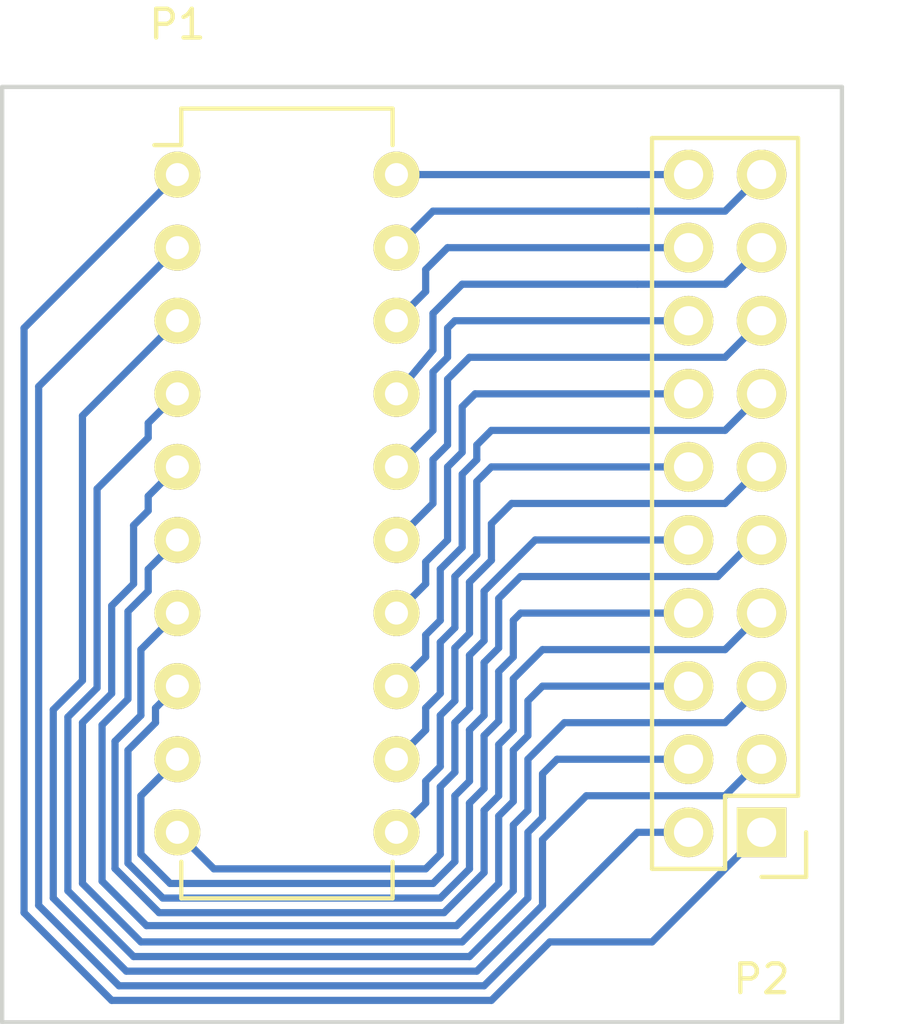
<source format=kicad_pcb>
(kicad_pcb (version 4) (host pcbnew 4.0.2+dfsg1-stable)

  (general
    (links 20)
    (no_connects 0)
    (area 156.134999 97.541 187.734334 133.425001)
    (thickness 1.6)
    (drawings 4)
    (tracks 203)
    (zones 0)
    (modules 2)
    (nets 21)
  )

  (page A4)
  (layers
    (0 F.Cu signal)
    (31 B.Cu signal)
    (32 B.Adhes user)
    (33 F.Adhes user)
    (34 B.Paste user)
    (35 F.Paste user)
    (36 B.SilkS user)
    (37 F.SilkS user)
    (38 B.Mask user)
    (39 F.Mask user)
    (40 Dwgs.User user)
    (41 Cmts.User user)
    (42 Eco1.User user)
    (43 Eco2.User user)
    (44 Edge.Cuts user)
    (45 Margin user)
    (46 B.CrtYd user)
    (47 F.CrtYd user)
    (48 B.Fab user)
    (49 F.Fab user)
  )

  (setup
    (last_trace_width 0.25)
    (trace_clearance 0.2)
    (zone_clearance 0.508)
    (zone_45_only no)
    (trace_min 0.2)
    (segment_width 0.2)
    (edge_width 0.15)
    (via_size 0.6)
    (via_drill 0.4)
    (via_min_size 0.4)
    (via_min_drill 0.3)
    (uvia_size 0.3)
    (uvia_drill 0.1)
    (uvias_allowed no)
    (uvia_min_size 0.2)
    (uvia_min_drill 0.1)
    (pcb_text_width 0.3)
    (pcb_text_size 1.5 1.5)
    (mod_edge_width 0.15)
    (mod_text_size 1 1)
    (mod_text_width 0.15)
    (pad_size 1.524 1.524)
    (pad_drill 0.762)
    (pad_to_mask_clearance 0.2)
    (aux_axis_origin 0 0)
    (visible_elements FFFFFF7F)
    (pcbplotparams
      (layerselection 0x01000_80000000)
      (usegerberextensions false)
      (excludeedgelayer true)
      (linewidth 0.100000)
      (plotframeref false)
      (viasonmask false)
      (mode 1)
      (useauxorigin false)
      (hpglpennumber 1)
      (hpglpenspeed 20)
      (hpglpendiameter 15)
      (hpglpenoverlay 2)
      (psnegative false)
      (psa4output false)
      (plotreference true)
      (plotvalue true)
      (plotinvisibletext false)
      (padsonsilk false)
      (subtractmaskfromsilk false)
      (outputformat 1)
      (mirror false)
      (drillshape 0)
      (scaleselection 1)
      (outputdirectory gerber/))
  )

  (net 0 "")
  (net 1 "Net-(P1-Pad1)")
  (net 2 "Net-(P1-Pad2)")
  (net 3 "Net-(P1-Pad3)")
  (net 4 "Net-(P1-Pad4)")
  (net 5 "Net-(P1-Pad5)")
  (net 6 "Net-(P1-Pad6)")
  (net 7 "Net-(P1-Pad7)")
  (net 8 "Net-(P1-Pad8)")
  (net 9 "Net-(P1-Pad9)")
  (net 10 "Net-(P1-Pad10)")
  (net 11 "Net-(P1-Pad11)")
  (net 12 "Net-(P1-Pad12)")
  (net 13 "Net-(P1-Pad13)")
  (net 14 "Net-(P1-Pad14)")
  (net 15 "Net-(P1-Pad15)")
  (net 16 "Net-(P1-Pad16)")
  (net 17 "Net-(P1-Pad17)")
  (net 18 "Net-(P1-Pad18)")
  (net 19 "Net-(P1-Pad19)")
  (net 20 "Net-(P1-Pad20)")

  (net_class Default "This is the default net class."
    (clearance 0.2)
    (trace_width 0.25)
    (via_dia 0.6)
    (via_drill 0.4)
    (uvia_dia 0.3)
    (uvia_drill 0.1)
    (add_net "Net-(P1-Pad1)")
    (add_net "Net-(P1-Pad10)")
    (add_net "Net-(P1-Pad11)")
    (add_net "Net-(P1-Pad12)")
    (add_net "Net-(P1-Pad13)")
    (add_net "Net-(P1-Pad14)")
    (add_net "Net-(P1-Pad15)")
    (add_net "Net-(P1-Pad16)")
    (add_net "Net-(P1-Pad17)")
    (add_net "Net-(P1-Pad18)")
    (add_net "Net-(P1-Pad19)")
    (add_net "Net-(P1-Pad2)")
    (add_net "Net-(P1-Pad20)")
    (add_net "Net-(P1-Pad3)")
    (add_net "Net-(P1-Pad4)")
    (add_net "Net-(P1-Pad5)")
    (add_net "Net-(P1-Pad6)")
    (add_net "Net-(P1-Pad7)")
    (add_net "Net-(P1-Pad8)")
    (add_net "Net-(P1-Pad9)")
  )

  (module Housings_DIP:DIP-20_W7.62mm (layer F.Cu) (tedit 54130A77) (tstamp 5970F91F)
    (at 162.306 103.886)
    (descr "20-lead dip package, row spacing 7.62 mm (300 mils)")
    (tags "dil dip 2.54 300")
    (path /5971761A)
    (fp_text reference P1 (at 0 -5.22) (layer F.SilkS)
      (effects (font (size 1 1) (thickness 0.15)))
    )
    (fp_text value CONN_02X10 (at 0 -3.72) (layer F.Fab)
      (effects (font (size 1 1) (thickness 0.15)))
    )
    (fp_line (start -1.05 -2.45) (end -1.05 25.35) (layer F.CrtYd) (width 0.05))
    (fp_line (start 8.65 -2.45) (end 8.65 25.35) (layer F.CrtYd) (width 0.05))
    (fp_line (start -1.05 -2.45) (end 8.65 -2.45) (layer F.CrtYd) (width 0.05))
    (fp_line (start -1.05 25.35) (end 8.65 25.35) (layer F.CrtYd) (width 0.05))
    (fp_line (start 0.135 -2.295) (end 0.135 -1.025) (layer F.SilkS) (width 0.15))
    (fp_line (start 7.485 -2.295) (end 7.485 -1.025) (layer F.SilkS) (width 0.15))
    (fp_line (start 7.485 25.155) (end 7.485 23.885) (layer F.SilkS) (width 0.15))
    (fp_line (start 0.135 25.155) (end 0.135 23.885) (layer F.SilkS) (width 0.15))
    (fp_line (start 0.135 -2.295) (end 7.485 -2.295) (layer F.SilkS) (width 0.15))
    (fp_line (start 0.135 25.155) (end 7.485 25.155) (layer F.SilkS) (width 0.15))
    (fp_line (start 0.135 -1.025) (end -0.8 -1.025) (layer F.SilkS) (width 0.15))
    (pad 1 thru_hole oval (at 0 0) (size 1.6 1.6) (drill 0.8) (layers *.Cu *.Mask F.SilkS)
      (net 1 "Net-(P1-Pad1)"))
    (pad 2 thru_hole oval (at 0 2.54) (size 1.6 1.6) (drill 0.8) (layers *.Cu *.Mask F.SilkS)
      (net 2 "Net-(P1-Pad2)"))
    (pad 3 thru_hole oval (at 0 5.08) (size 1.6 1.6) (drill 0.8) (layers *.Cu *.Mask F.SilkS)
      (net 3 "Net-(P1-Pad3)"))
    (pad 4 thru_hole oval (at 0 7.62) (size 1.6 1.6) (drill 0.8) (layers *.Cu *.Mask F.SilkS)
      (net 4 "Net-(P1-Pad4)"))
    (pad 5 thru_hole oval (at 0 10.16) (size 1.6 1.6) (drill 0.8) (layers *.Cu *.Mask F.SilkS)
      (net 5 "Net-(P1-Pad5)"))
    (pad 6 thru_hole oval (at 0 12.7) (size 1.6 1.6) (drill 0.8) (layers *.Cu *.Mask F.SilkS)
      (net 6 "Net-(P1-Pad6)"))
    (pad 7 thru_hole oval (at 0 15.24) (size 1.6 1.6) (drill 0.8) (layers *.Cu *.Mask F.SilkS)
      (net 7 "Net-(P1-Pad7)"))
    (pad 8 thru_hole oval (at 0 17.78) (size 1.6 1.6) (drill 0.8) (layers *.Cu *.Mask F.SilkS)
      (net 8 "Net-(P1-Pad8)"))
    (pad 9 thru_hole oval (at 0 20.32) (size 1.6 1.6) (drill 0.8) (layers *.Cu *.Mask F.SilkS)
      (net 9 "Net-(P1-Pad9)"))
    (pad 10 thru_hole oval (at 0 22.86) (size 1.6 1.6) (drill 0.8) (layers *.Cu *.Mask F.SilkS)
      (net 10 "Net-(P1-Pad10)"))
    (pad 11 thru_hole oval (at 7.62 22.86) (size 1.6 1.6) (drill 0.8) (layers *.Cu *.Mask F.SilkS)
      (net 11 "Net-(P1-Pad11)"))
    (pad 12 thru_hole oval (at 7.62 20.32) (size 1.6 1.6) (drill 0.8) (layers *.Cu *.Mask F.SilkS)
      (net 12 "Net-(P1-Pad12)"))
    (pad 13 thru_hole oval (at 7.62 17.78) (size 1.6 1.6) (drill 0.8) (layers *.Cu *.Mask F.SilkS)
      (net 13 "Net-(P1-Pad13)"))
    (pad 14 thru_hole oval (at 7.62 15.24) (size 1.6 1.6) (drill 0.8) (layers *.Cu *.Mask F.SilkS)
      (net 14 "Net-(P1-Pad14)"))
    (pad 15 thru_hole oval (at 7.62 12.7) (size 1.6 1.6) (drill 0.8) (layers *.Cu *.Mask F.SilkS)
      (net 15 "Net-(P1-Pad15)"))
    (pad 16 thru_hole oval (at 7.62 10.16) (size 1.6 1.6) (drill 0.8) (layers *.Cu *.Mask F.SilkS)
      (net 16 "Net-(P1-Pad16)"))
    (pad 17 thru_hole oval (at 7.62 7.62) (size 1.6 1.6) (drill 0.8) (layers *.Cu *.Mask F.SilkS)
      (net 17 "Net-(P1-Pad17)"))
    (pad 18 thru_hole oval (at 7.62 5.08) (size 1.6 1.6) (drill 0.8) (layers *.Cu *.Mask F.SilkS)
      (net 18 "Net-(P1-Pad18)"))
    (pad 19 thru_hole oval (at 7.62 2.54) (size 1.6 1.6) (drill 0.8) (layers *.Cu *.Mask F.SilkS)
      (net 19 "Net-(P1-Pad19)"))
    (pad 20 thru_hole oval (at 7.62 0) (size 1.6 1.6) (drill 0.8) (layers *.Cu *.Mask F.SilkS)
      (net 20 "Net-(P1-Pad20)"))
    (model Housings_DIP.3dshapes/DIP-20_W7.62mm.wrl
      (at (xyz 0 0 0))
      (scale (xyz 1 1 1))
      (rotate (xyz 0 0 0))
    )
  )

  (module Pin_Headers:Pin_Header_Straight_2x10 (layer F.Cu) (tedit 0) (tstamp 5970F980)
    (at 182.626 126.746 180)
    (descr "Through hole pin header")
    (tags "pin header")
    (path /597175D6)
    (fp_text reference P2 (at 0 -5.1 180) (layer F.SilkS)
      (effects (font (size 1 1) (thickness 0.15)))
    )
    (fp_text value CONN_02X10 (at 0 -3.1 180) (layer F.Fab)
      (effects (font (size 1 1) (thickness 0.15)))
    )
    (fp_line (start -1.75 -1.75) (end -1.75 24.65) (layer F.CrtYd) (width 0.05))
    (fp_line (start 4.3 -1.75) (end 4.3 24.65) (layer F.CrtYd) (width 0.05))
    (fp_line (start -1.75 -1.75) (end 4.3 -1.75) (layer F.CrtYd) (width 0.05))
    (fp_line (start -1.75 24.65) (end 4.3 24.65) (layer F.CrtYd) (width 0.05))
    (fp_line (start 3.81 24.13) (end 3.81 -1.27) (layer F.SilkS) (width 0.15))
    (fp_line (start -1.27 1.27) (end -1.27 24.13) (layer F.SilkS) (width 0.15))
    (fp_line (start 3.81 24.13) (end -1.27 24.13) (layer F.SilkS) (width 0.15))
    (fp_line (start 3.81 -1.27) (end 1.27 -1.27) (layer F.SilkS) (width 0.15))
    (fp_line (start 0 -1.55) (end -1.55 -1.55) (layer F.SilkS) (width 0.15))
    (fp_line (start 1.27 -1.27) (end 1.27 1.27) (layer F.SilkS) (width 0.15))
    (fp_line (start 1.27 1.27) (end -1.27 1.27) (layer F.SilkS) (width 0.15))
    (fp_line (start -1.55 -1.55) (end -1.55 0) (layer F.SilkS) (width 0.15))
    (pad 1 thru_hole rect (at 0 0 180) (size 1.7272 1.7272) (drill 1.016) (layers *.Cu *.Mask F.SilkS)
      (net 1 "Net-(P1-Pad1)"))
    (pad 2 thru_hole oval (at 2.54 0 180) (size 1.7272 1.7272) (drill 1.016) (layers *.Cu *.Mask F.SilkS)
      (net 2 "Net-(P1-Pad2)"))
    (pad 3 thru_hole oval (at 0 2.54 180) (size 1.7272 1.7272) (drill 1.016) (layers *.Cu *.Mask F.SilkS)
      (net 3 "Net-(P1-Pad3)"))
    (pad 4 thru_hole oval (at 2.54 2.54 180) (size 1.7272 1.7272) (drill 1.016) (layers *.Cu *.Mask F.SilkS)
      (net 4 "Net-(P1-Pad4)"))
    (pad 5 thru_hole oval (at 0 5.08 180) (size 1.7272 1.7272) (drill 1.016) (layers *.Cu *.Mask F.SilkS)
      (net 5 "Net-(P1-Pad5)"))
    (pad 6 thru_hole oval (at 2.54 5.08 180) (size 1.7272 1.7272) (drill 1.016) (layers *.Cu *.Mask F.SilkS)
      (net 6 "Net-(P1-Pad6)"))
    (pad 7 thru_hole oval (at 0 7.62 180) (size 1.7272 1.7272) (drill 1.016) (layers *.Cu *.Mask F.SilkS)
      (net 7 "Net-(P1-Pad7)"))
    (pad 8 thru_hole oval (at 2.54 7.62 180) (size 1.7272 1.7272) (drill 1.016) (layers *.Cu *.Mask F.SilkS)
      (net 8 "Net-(P1-Pad8)"))
    (pad 9 thru_hole oval (at 0 10.16 180) (size 1.7272 1.7272) (drill 1.016) (layers *.Cu *.Mask F.SilkS)
      (net 9 "Net-(P1-Pad9)"))
    (pad 10 thru_hole oval (at 2.54 10.16 180) (size 1.7272 1.7272) (drill 1.016) (layers *.Cu *.Mask F.SilkS)
      (net 10 "Net-(P1-Pad10)"))
    (pad 11 thru_hole oval (at 0 12.7 180) (size 1.7272 1.7272) (drill 1.016) (layers *.Cu *.Mask F.SilkS)
      (net 11 "Net-(P1-Pad11)"))
    (pad 12 thru_hole oval (at 2.54 12.7 180) (size 1.7272 1.7272) (drill 1.016) (layers *.Cu *.Mask F.SilkS)
      (net 12 "Net-(P1-Pad12)"))
    (pad 13 thru_hole oval (at 0 15.24 180) (size 1.7272 1.7272) (drill 1.016) (layers *.Cu *.Mask F.SilkS)
      (net 13 "Net-(P1-Pad13)"))
    (pad 14 thru_hole oval (at 2.54 15.24 180) (size 1.7272 1.7272) (drill 1.016) (layers *.Cu *.Mask F.SilkS)
      (net 14 "Net-(P1-Pad14)"))
    (pad 15 thru_hole oval (at 0 17.78 180) (size 1.7272 1.7272) (drill 1.016) (layers *.Cu *.Mask F.SilkS)
      (net 15 "Net-(P1-Pad15)"))
    (pad 16 thru_hole oval (at 2.54 17.78 180) (size 1.7272 1.7272) (drill 1.016) (layers *.Cu *.Mask F.SilkS)
      (net 16 "Net-(P1-Pad16)"))
    (pad 17 thru_hole oval (at 0 20.32 180) (size 1.7272 1.7272) (drill 1.016) (layers *.Cu *.Mask F.SilkS)
      (net 17 "Net-(P1-Pad17)"))
    (pad 18 thru_hole oval (at 2.54 20.32 180) (size 1.7272 1.7272) (drill 1.016) (layers *.Cu *.Mask F.SilkS)
      (net 18 "Net-(P1-Pad18)"))
    (pad 19 thru_hole oval (at 0 22.86 180) (size 1.7272 1.7272) (drill 1.016) (layers *.Cu *.Mask F.SilkS)
      (net 19 "Net-(P1-Pad19)"))
    (pad 20 thru_hole oval (at 2.54 22.86 180) (size 1.7272 1.7272) (drill 1.016) (layers *.Cu *.Mask F.SilkS)
      (net 20 "Net-(P1-Pad20)"))
    (model Pin_Headers.3dshapes/Pin_Header_Straight_2x10.wrl
      (at (xyz 0.05 -0.45 0))
      (scale (xyz 1 1 1))
      (rotate (xyz 0 0 90))
    )
  )

  (gr_line (start 156.21 133.35) (end 156.21 100.838) (angle 90) (layer Edge.Cuts) (width 0.15))
  (gr_line (start 185.42 100.838) (end 185.42 133.35) (angle 90) (layer Edge.Cuts) (width 0.15))
  (gr_line (start 156.21 100.838) (end 185.42 100.838) (angle 90) (layer Edge.Cuts) (width 0.15))
  (gr_line (start 185.42 133.35) (end 156.21 133.35) (angle 90) (layer Edge.Cuts) (width 0.15))

  (segment (start 182.626 126.746) (end 178.816 130.556) (width 0.25) (layer B.Cu) (net 1))
  (segment (start 156.972 109.22) (end 162.306 103.886) (width 0.25) (layer B.Cu) (net 1) (tstamp 5970FB8E))
  (segment (start 156.972 129.54) (end 156.972 109.22) (width 0.25) (layer B.Cu) (net 1) (tstamp 5970FB8C))
  (segment (start 160.02 132.588) (end 156.972 129.54) (width 0.25) (layer B.Cu) (net 1) (tstamp 5970FB8A))
  (segment (start 173.228 132.588) (end 160.02 132.588) (width 0.25) (layer B.Cu) (net 1) (tstamp 5970FB88))
  (segment (start 175.26 130.556) (end 173.228 132.588) (width 0.25) (layer B.Cu) (net 1) (tstamp 5970FB86))
  (segment (start 178.816 130.556) (end 175.26 130.556) (width 0.25) (layer B.Cu) (net 1) (tstamp 5970FB85))
  (segment (start 180.086 126.746) (end 178.308 126.746) (width 0.25) (layer B.Cu) (net 2))
  (segment (start 157.48 111.252) (end 162.306 106.426) (width 0.25) (layer B.Cu) (net 2) (tstamp 5970FB81))
  (segment (start 157.48 129.286) (end 157.48 111.252) (width 0.25) (layer B.Cu) (net 2) (tstamp 5970FB80))
  (segment (start 160.274 132.08) (end 157.48 129.286) (width 0.25) (layer B.Cu) (net 2) (tstamp 5970FB7F))
  (segment (start 172.974 132.08) (end 160.274 132.08) (width 0.25) (layer B.Cu) (net 2) (tstamp 5970FB7D))
  (segment (start 178.308 126.746) (end 172.974 132.08) (width 0.25) (layer B.Cu) (net 2) (tstamp 5970FB7B))
  (segment (start 182.626 124.206) (end 181.356 125.476) (width 0.25) (layer B.Cu) (net 3))
  (segment (start 159.004 112.268) (end 162.306 108.966) (width 0.25) (layer B.Cu) (net 3) (tstamp 5970FB77))
  (segment (start 159.004 121.469998) (end 159.004 112.268) (width 0.25) (layer B.Cu) (net 3) (tstamp 5970FB75))
  (segment (start 157.988 122.485998) (end 159.004 121.469998) (width 0.25) (layer B.Cu) (net 3) (tstamp 5970FB73))
  (segment (start 157.988 129.032) (end 157.988 122.485998) (width 0.25) (layer B.Cu) (net 3) (tstamp 5970FB71))
  (segment (start 160.528 131.572) (end 157.988 129.032) (width 0.25) (layer B.Cu) (net 3) (tstamp 5970FB70))
  (segment (start 172.72 131.572) (end 160.528 131.572) (width 0.25) (layer B.Cu) (net 3) (tstamp 5970FB6F))
  (segment (start 175.006 129.286) (end 172.72 131.572) (width 0.25) (layer B.Cu) (net 3) (tstamp 5970FB6D))
  (segment (start 175.006 127) (end 175.006 129.286) (width 0.25) (layer B.Cu) (net 3) (tstamp 5970FB6B))
  (segment (start 176.53 125.476) (end 175.006 127) (width 0.25) (layer B.Cu) (net 3) (tstamp 5970FB69))
  (segment (start 181.356 125.476) (end 176.53 125.476) (width 0.25) (layer B.Cu) (net 3) (tstamp 5970FB68))
  (segment (start 180.086 124.206) (end 175.514 124.206) (width 0.25) (layer B.Cu) (net 4))
  (segment (start 161.29 112.522) (end 162.306 111.506) (width 0.25) (layer B.Cu) (net 4) (tstamp 5970FB65))
  (segment (start 161.29 113.03) (end 161.29 112.522) (width 0.25) (layer B.Cu) (net 4) (tstamp 5970FB64))
  (segment (start 159.512 114.808) (end 161.29 113.03) (width 0.25) (layer B.Cu) (net 4) (tstamp 5970FB62))
  (segment (start 159.512 121.723998) (end 159.512 114.808) (width 0.25) (layer B.Cu) (net 4) (tstamp 5970FB60))
  (segment (start 158.496 122.739998) (end 159.512 121.723998) (width 0.25) (layer B.Cu) (net 4) (tstamp 5970FB5E))
  (segment (start 158.496 128.778) (end 158.496 122.739998) (width 0.25) (layer B.Cu) (net 4) (tstamp 5970FB5C))
  (segment (start 160.782 131.064) (end 158.496 128.778) (width 0.25) (layer B.Cu) (net 4) (tstamp 5970FB5A))
  (segment (start 172.466 131.064) (end 160.782 131.064) (width 0.25) (layer B.Cu) (net 4) (tstamp 5970FB58))
  (segment (start 174.498 129.032) (end 172.466 131.064) (width 0.25) (layer B.Cu) (net 4) (tstamp 5970FB56))
  (segment (start 174.498 126.746) (end 174.498 129.032) (width 0.25) (layer B.Cu) (net 4) (tstamp 5970FB55))
  (segment (start 175.006 126.238) (end 174.498 126.746) (width 0.25) (layer B.Cu) (net 4) (tstamp 5970FB54))
  (segment (start 175.006 124.714) (end 175.006 126.238) (width 0.25) (layer B.Cu) (net 4) (tstamp 5970FB53))
  (segment (start 175.514 124.206) (end 175.006 124.714) (width 0.25) (layer B.Cu) (net 4) (tstamp 5970FB52))
  (segment (start 182.626 121.666) (end 181.356 122.936) (width 0.25) (layer B.Cu) (net 5))
  (segment (start 161.29 115.062) (end 162.306 114.046) (width 0.25) (layer B.Cu) (net 5) (tstamp 5970FB4F))
  (segment (start 161.29 115.57) (end 161.29 115.062) (width 0.25) (layer B.Cu) (net 5) (tstamp 5970FB4E))
  (segment (start 160.782 116.078) (end 161.29 115.57) (width 0.25) (layer B.Cu) (net 5) (tstamp 5970FB4D))
  (segment (start 160.782 118.11) (end 160.782 116.078) (width 0.25) (layer B.Cu) (net 5) (tstamp 5970FB4C))
  (segment (start 160.02 118.872) (end 160.782 118.11) (width 0.25) (layer B.Cu) (net 5) (tstamp 5970FB4B))
  (segment (start 160.02 121.92) (end 160.02 118.872) (width 0.25) (layer B.Cu) (net 5) (tstamp 5970FB49))
  (segment (start 159.004 122.936) (end 160.02 121.92) (width 0.25) (layer B.Cu) (net 5) (tstamp 5970FB47))
  (segment (start 159.004 128.524) (end 159.004 122.936) (width 0.25) (layer B.Cu) (net 5) (tstamp 5970FB45))
  (segment (start 161.036 130.556) (end 159.004 128.524) (width 0.25) (layer B.Cu) (net 5) (tstamp 5970FB44))
  (segment (start 172.212 130.556) (end 161.036 130.556) (width 0.25) (layer B.Cu) (net 5) (tstamp 5970FB43))
  (segment (start 173.99 128.778) (end 172.212 130.556) (width 0.25) (layer B.Cu) (net 5) (tstamp 5970FB42))
  (segment (start 173.99 126.492) (end 173.99 128.778) (width 0.25) (layer B.Cu) (net 5) (tstamp 5970FB41))
  (segment (start 174.498 125.984) (end 173.99 126.492) (width 0.25) (layer B.Cu) (net 5) (tstamp 5970FB40))
  (segment (start 174.498 124.206) (end 174.498 125.984) (width 0.25) (layer B.Cu) (net 5) (tstamp 5970FB3F))
  (segment (start 175.768 122.936) (end 174.498 124.206) (width 0.25) (layer B.Cu) (net 5) (tstamp 5970FB3E))
  (segment (start 179.07 122.936) (end 175.768 122.936) (width 0.25) (layer B.Cu) (net 5) (tstamp 5970FB3D))
  (segment (start 181.356 122.936) (end 179.07 122.936) (width 0.25) (layer B.Cu) (net 5) (tstamp 5970FB3C))
  (segment (start 180.086 121.666) (end 175.006 121.666) (width 0.25) (layer B.Cu) (net 6))
  (segment (start 161.29 117.602) (end 162.306 116.586) (width 0.25) (layer B.Cu) (net 6) (tstamp 5970FB39))
  (segment (start 161.29 118.364) (end 161.29 117.602) (width 0.25) (layer B.Cu) (net 6) (tstamp 5970FB38))
  (segment (start 160.585998 119.068002) (end 161.29 118.364) (width 0.25) (layer B.Cu) (net 6) (tstamp 5970FB37))
  (segment (start 160.585998 122.116002) (end 160.585998 119.068002) (width 0.25) (layer B.Cu) (net 6) (tstamp 5970FB36))
  (segment (start 159.685994 123.016006) (end 160.585998 122.116002) (width 0.25) (layer B.Cu) (net 6) (tstamp 5970FB34))
  (segment (start 159.685994 128.443994) (end 159.685994 123.016006) (width 0.25) (layer B.Cu) (net 6) (tstamp 5970FB32))
  (segment (start 161.232002 129.990002) (end 159.685994 128.443994) (width 0.25) (layer B.Cu) (net 6) (tstamp 5970FB30))
  (segment (start 172.015998 129.990002) (end 161.232002 129.990002) (width 0.25) (layer B.Cu) (net 6) (tstamp 5970FB2E))
  (segment (start 173.482 128.524) (end 172.015998 129.990002) (width 0.25) (layer B.Cu) (net 6) (tstamp 5970FB2C))
  (segment (start 173.482 126.180002) (end 173.482 128.524) (width 0.25) (layer B.Cu) (net 6) (tstamp 5970FB27))
  (segment (start 173.99 125.672002) (end 173.482 126.180002) (width 0.25) (layer B.Cu) (net 6) (tstamp 5970FB26))
  (segment (start 173.99 123.894002) (end 173.99 125.672002) (width 0.25) (layer B.Cu) (net 6) (tstamp 5970FB25))
  (segment (start 174.498 123.386002) (end 173.99 123.894002) (width 0.25) (layer B.Cu) (net 6) (tstamp 5970FB24))
  (segment (start 174.498 122.174) (end 174.498 123.386002) (width 0.25) (layer B.Cu) (net 6) (tstamp 5970FB23))
  (segment (start 175.006 121.666) (end 174.498 122.174) (width 0.25) (layer B.Cu) (net 6) (tstamp 5970FB22))
  (segment (start 182.626 119.126) (end 181.356 120.396) (width 0.25) (layer B.Cu) (net 7))
  (segment (start 161.036 120.396) (end 162.306 119.126) (width 0.25) (layer B.Cu) (net 7) (tstamp 5970FB1E))
  (segment (start 161.036 122.682) (end 161.036 120.396) (width 0.25) (layer B.Cu) (net 7) (tstamp 5970FB1D))
  (segment (start 160.135996 123.582004) (end 161.036 122.682) (width 0.25) (layer B.Cu) (net 7) (tstamp 5970FB1C))
  (segment (start 160.135996 128.006394) (end 160.135996 123.582004) (width 0.25) (layer B.Cu) (net 7) (tstamp 5970FB18))
  (segment (start 161.669602 129.54) (end 160.135996 128.006394) (width 0.25) (layer B.Cu) (net 7) (tstamp 5970FB16))
  (segment (start 171.578398 129.54) (end 161.669602 129.54) (width 0.25) (layer B.Cu) (net 7) (tstamp 5970FB14))
  (segment (start 172.974 128.144398) (end 171.578398 129.54) (width 0.25) (layer B.Cu) (net 7) (tstamp 5970FB12))
  (segment (start 172.974 125.984) (end 172.974 128.144398) (width 0.25) (layer B.Cu) (net 7) (tstamp 5970FB11))
  (segment (start 173.482 125.476) (end 172.974 125.984) (width 0.25) (layer B.Cu) (net 7) (tstamp 5970FB10))
  (segment (start 173.482 123.698) (end 173.482 125.476) (width 0.25) (layer B.Cu) (net 7) (tstamp 5970FB0F))
  (segment (start 173.99 123.19) (end 173.482 123.698) (width 0.25) (layer B.Cu) (net 7) (tstamp 5970FB0E))
  (segment (start 173.99 121.412) (end 173.99 123.19) (width 0.25) (layer B.Cu) (net 7) (tstamp 5970FB0C))
  (segment (start 175.006 120.396) (end 173.99 121.412) (width 0.25) (layer B.Cu) (net 7) (tstamp 5970FB08))
  (segment (start 181.356 120.396) (end 175.006 120.396) (width 0.25) (layer B.Cu) (net 7) (tstamp 5970FB07))
  (segment (start 180.086 119.126) (end 174.244 119.126) (width 0.25) (layer B.Cu) (net 8))
  (segment (start 161.544 122.428) (end 162.306 121.666) (width 0.25) (layer B.Cu) (net 8) (tstamp 5970FB04))
  (segment (start 161.544 122.936) (end 161.544 122.428) (width 0.25) (layer B.Cu) (net 8) (tstamp 5970FB03))
  (segment (start 160.585998 123.894002) (end 161.544 122.936) (width 0.25) (layer B.Cu) (net 8) (tstamp 5970FB02))
  (segment (start 160.585998 127.819998) (end 160.585998 123.894002) (width 0.25) (layer B.Cu) (net 8) (tstamp 5970FB00))
  (segment (start 161.798 129.032) (end 160.585998 127.819998) (width 0.25) (layer B.Cu) (net 8) (tstamp 5970FAFE))
  (segment (start 171.45 129.032) (end 161.798 129.032) (width 0.25) (layer B.Cu) (net 8) (tstamp 5970FAFC))
  (segment (start 172.466 128.016) (end 171.45 129.032) (width 0.25) (layer B.Cu) (net 8) (tstamp 5970FAFA))
  (segment (start 172.466 125.73) (end 172.466 128.016) (width 0.25) (layer B.Cu) (net 8) (tstamp 5970FAF9))
  (segment (start 172.974 125.222) (end 172.466 125.73) (width 0.25) (layer B.Cu) (net 8) (tstamp 5970FAF8))
  (segment (start 172.974 123.386002) (end 172.974 125.222) (width 0.25) (layer B.Cu) (net 8) (tstamp 5970FAF7))
  (segment (start 173.482 122.878002) (end 172.974 123.386002) (width 0.25) (layer B.Cu) (net 8) (tstamp 5970FAF6))
  (segment (start 173.482 121.158) (end 173.482 122.878002) (width 0.25) (layer B.Cu) (net 8) (tstamp 5970FAF5))
  (segment (start 173.99 120.65) (end 173.482 121.158) (width 0.25) (layer B.Cu) (net 8) (tstamp 5970FAF4))
  (segment (start 173.99 119.38) (end 173.99 120.65) (width 0.25) (layer B.Cu) (net 8) (tstamp 5970FAF3))
  (segment (start 174.244 119.126) (end 173.99 119.38) (width 0.25) (layer B.Cu) (net 8) (tstamp 5970FAF2))
  (segment (start 182.626 116.586) (end 182.372 116.586) (width 0.25) (layer B.Cu) (net 9))
  (segment (start 182.372 116.586) (end 181.102 117.856) (width 0.25) (layer B.Cu) (net 9) (tstamp 5970FADD))
  (segment (start 181.102 117.856) (end 174.244 117.856) (width 0.25) (layer B.Cu) (net 9) (tstamp 5970FADE))
  (segment (start 174.244 117.856) (end 173.482 118.618) (width 0.25) (layer B.Cu) (net 9) (tstamp 5970FAE0))
  (segment (start 173.482 118.618) (end 173.482 120.338002) (width 0.25) (layer B.Cu) (net 9) (tstamp 5970FAE1))
  (segment (start 173.482 120.338002) (end 172.974 120.846002) (width 0.25) (layer B.Cu) (net 9) (tstamp 5970FAE2))
  (segment (start 172.974 120.846002) (end 172.974 122.682) (width 0.25) (layer B.Cu) (net 9) (tstamp 5970FAE3))
  (segment (start 172.974 122.682) (end 172.466 123.19) (width 0.25) (layer B.Cu) (net 9) (tstamp 5970FAE4))
  (segment (start 172.466 123.19) (end 172.466 124.968) (width 0.25) (layer B.Cu) (net 9) (tstamp 5970FAE5))
  (segment (start 172.466 124.968) (end 171.958 125.476) (width 0.25) (layer B.Cu) (net 9) (tstamp 5970FAE6))
  (segment (start 171.958 125.476) (end 171.958 127.762) (width 0.25) (layer B.Cu) (net 9) (tstamp 5970FAE7))
  (segment (start 171.958 127.762) (end 171.196 128.524) (width 0.25) (layer B.Cu) (net 9) (tstamp 5970FAE8))
  (segment (start 171.196 128.524) (end 162.052 128.524) (width 0.25) (layer B.Cu) (net 9) (tstamp 5970FAE9))
  (segment (start 162.052 128.524) (end 161.036 127.508) (width 0.25) (layer B.Cu) (net 9) (tstamp 5970FAEA))
  (segment (start 161.036 127.508) (end 161.036 125.476) (width 0.25) (layer B.Cu) (net 9) (tstamp 5970FAEC))
  (segment (start 161.036 125.476) (end 162.306 124.206) (width 0.25) (layer B.Cu) (net 9) (tstamp 5970FAEE))
  (segment (start 180.086 116.586) (end 174.752 116.586) (width 0.25) (layer B.Cu) (net 10))
  (segment (start 163.576 128.016) (end 162.306 126.746) (width 0.25) (layer B.Cu) (net 10) (tstamp 5970FAD9))
  (segment (start 170.942 128.016) (end 163.576 128.016) (width 0.25) (layer B.Cu) (net 10) (tstamp 5970FAD8))
  (segment (start 171.45 127.508) (end 170.942 128.016) (width 0.25) (layer B.Cu) (net 10) (tstamp 5970FAD7))
  (segment (start 171.45 125.164002) (end 171.45 127.508) (width 0.25) (layer B.Cu) (net 10) (tstamp 5970FAD6))
  (segment (start 171.958 124.656002) (end 171.45 125.164002) (width 0.25) (layer B.Cu) (net 10) (tstamp 5970FAD5))
  (segment (start 171.958 122.936) (end 171.958 124.656002) (width 0.25) (layer B.Cu) (net 10) (tstamp 5970FAD4))
  (segment (start 172.466 122.428) (end 171.958 122.936) (width 0.25) (layer B.Cu) (net 10) (tstamp 5970FAD3))
  (segment (start 172.466 120.592002) (end 172.466 122.428) (width 0.25) (layer B.Cu) (net 10) (tstamp 5970FAD1))
  (segment (start 172.974 120.084002) (end 172.466 120.592002) (width 0.25) (layer B.Cu) (net 10) (tstamp 5970FAD0))
  (segment (start 172.974 118.364) (end 172.974 120.084002) (width 0.25) (layer B.Cu) (net 10) (tstamp 5970FACE))
  (segment (start 174.752 116.586) (end 172.974 118.364) (width 0.25) (layer B.Cu) (net 10) (tstamp 5970FACC))
  (segment (start 182.626 114.046) (end 181.356 115.316) (width 0.25) (layer B.Cu) (net 11))
  (segment (start 170.942 125.73) (end 169.926 126.746) (width 0.25) (layer B.Cu) (net 11) (tstamp 5970FAC9))
  (segment (start 170.942 124.968) (end 170.942 125.73) (width 0.25) (layer B.Cu) (net 11) (tstamp 5970FAC8))
  (segment (start 171.45 124.46) (end 170.942 124.968) (width 0.25) (layer B.Cu) (net 11) (tstamp 5970FAC7))
  (segment (start 171.45 122.682) (end 171.45 124.46) (width 0.25) (layer B.Cu) (net 11) (tstamp 5970FAC6))
  (segment (start 171.958 122.174) (end 171.45 122.682) (width 0.25) (layer B.Cu) (net 11) (tstamp 5970FAC5))
  (segment (start 171.958 120.338002) (end 171.958 122.174) (width 0.25) (layer B.Cu) (net 11) (tstamp 5970FAC4))
  (segment (start 172.466 119.830002) (end 171.958 120.338002) (width 0.25) (layer B.Cu) (net 11) (tstamp 5970FAC3))
  (segment (start 172.466 118.052002) (end 172.466 119.830002) (width 0.25) (layer B.Cu) (net 11) (tstamp 5970FAC2))
  (segment (start 173.228 117.290002) (end 172.466 118.052002) (width 0.25) (layer B.Cu) (net 11) (tstamp 5970FAC1))
  (segment (start 173.228 116.020002) (end 173.228 117.290002) (width 0.25) (layer B.Cu) (net 11) (tstamp 5970FAC0))
  (segment (start 173.932002 115.316) (end 173.228 116.020002) (width 0.25) (layer B.Cu) (net 11) (tstamp 5970FABF))
  (segment (start 181.356 115.316) (end 173.932002 115.316) (width 0.25) (layer B.Cu) (net 11) (tstamp 5970FABD))
  (segment (start 180.086 114.046) (end 173.228 114.046) (width 0.25) (layer B.Cu) (net 12))
  (segment (start 170.942 123.19) (end 169.926 124.206) (width 0.25) (layer B.Cu) (net 12) (tstamp 5970FAAA))
  (segment (start 170.942 122.428) (end 170.942 123.19) (width 0.25) (layer B.Cu) (net 12) (tstamp 5970FAA9))
  (segment (start 171.45 121.92) (end 170.942 122.428) (width 0.25) (layer B.Cu) (net 12) (tstamp 5970FAA8))
  (segment (start 171.45 120.142) (end 171.45 121.92) (width 0.25) (layer B.Cu) (net 12) (tstamp 5970FAA7))
  (segment (start 171.958 119.634) (end 171.45 120.142) (width 0.25) (layer B.Cu) (net 12) (tstamp 5970FAA6))
  (segment (start 171.958 117.856) (end 171.958 119.634) (width 0.25) (layer B.Cu) (net 12) (tstamp 5970FAA5))
  (segment (start 172.72 117.094) (end 171.958 117.856) (width 0.25) (layer B.Cu) (net 12) (tstamp 5970FAA4))
  (segment (start 172.72 114.554) (end 172.72 117.094) (width 0.25) (layer B.Cu) (net 12) (tstamp 5970FAA3))
  (segment (start 173.228 114.046) (end 172.72 114.554) (width 0.25) (layer B.Cu) (net 12) (tstamp 5970FAA2))
  (segment (start 182.626 111.506) (end 181.356 112.776) (width 0.25) (layer B.Cu) (net 13))
  (segment (start 170.942 120.65) (end 169.926 121.666) (width 0.25) (layer B.Cu) (net 13) (tstamp 5970FA9F))
  (segment (start 170.942 119.888) (end 170.942 120.65) (width 0.25) (layer B.Cu) (net 13) (tstamp 5970FA9E))
  (segment (start 171.45 119.38) (end 170.942 119.888) (width 0.25) (layer B.Cu) (net 13) (tstamp 5970FA9D))
  (segment (start 171.45 117.602) (end 171.45 119.38) (width 0.25) (layer B.Cu) (net 13) (tstamp 5970FA9C))
  (segment (start 172.212 116.84) (end 171.45 117.602) (width 0.25) (layer B.Cu) (net 13) (tstamp 5970FA9B))
  (segment (start 172.212 114.3) (end 172.212 116.84) (width 0.25) (layer B.Cu) (net 13) (tstamp 5970FA9A))
  (segment (start 172.72 113.792) (end 172.212 114.3) (width 0.25) (layer B.Cu) (net 13) (tstamp 5970FA99))
  (segment (start 172.72 113.284) (end 172.72 113.792) (width 0.25) (layer B.Cu) (net 13) (tstamp 5970FA98))
  (segment (start 173.228 112.776) (end 172.72 113.284) (width 0.25) (layer B.Cu) (net 13) (tstamp 5970FA97))
  (segment (start 181.356 112.776) (end 173.228 112.776) (width 0.25) (layer B.Cu) (net 13) (tstamp 5970FA96))
  (segment (start 169.926 121.666) (end 169.926 121.412) (width 0.25) (layer B.Cu) (net 13))
  (segment (start 180.086 111.506) (end 172.662002 111.506) (width 0.25) (layer B.Cu) (net 14))
  (segment (start 170.942 118.11) (end 169.926 119.126) (width 0.25) (layer B.Cu) (net 14) (tstamp 5970FA92))
  (segment (start 170.942 117.348) (end 170.942 118.11) (width 0.25) (layer B.Cu) (net 14) (tstamp 5970FA91))
  (segment (start 171.704 116.586) (end 170.942 117.348) (width 0.25) (layer B.Cu) (net 14) (tstamp 5970FA90))
  (segment (start 171.704 114.046) (end 171.704 116.586) (width 0.25) (layer B.Cu) (net 14) (tstamp 5970FA8F))
  (segment (start 172.212 113.538) (end 171.704 114.046) (width 0.25) (layer B.Cu) (net 14) (tstamp 5970FA8E))
  (segment (start 172.212 111.956002) (end 172.212 113.538) (width 0.25) (layer B.Cu) (net 14) (tstamp 5970FA8D))
  (segment (start 172.662002 111.506) (end 172.212 111.956002) (width 0.25) (layer B.Cu) (net 14) (tstamp 5970FA8C))
  (segment (start 182.626 108.966) (end 181.356 110.236) (width 0.25) (layer B.Cu) (net 15))
  (segment (start 171.196 115.316) (end 169.926 116.586) (width 0.25) (layer B.Cu) (net 15) (tstamp 5970FA88))
  (segment (start 171.196 113.792) (end 171.196 115.316) (width 0.25) (layer B.Cu) (net 15) (tstamp 5970FA87))
  (segment (start 171.704 113.284) (end 171.196 113.792) (width 0.25) (layer B.Cu) (net 15) (tstamp 5970FA86))
  (segment (start 171.704 110.998) (end 171.704 113.284) (width 0.25) (layer B.Cu) (net 15) (tstamp 5970FA85))
  (segment (start 172.466 110.236) (end 171.704 110.998) (width 0.25) (layer B.Cu) (net 15) (tstamp 5970FA84))
  (segment (start 181.356 110.236) (end 172.466 110.236) (width 0.25) (layer B.Cu) (net 15) (tstamp 5970FA83))
  (segment (start 180.086 108.966) (end 171.958 108.966) (width 0.25) (layer B.Cu) (net 16))
  (segment (start 171.196 112.776) (end 169.926 114.046) (width 0.25) (layer B.Cu) (net 16) (tstamp 5970FA7F))
  (segment (start 171.196 110.744) (end 171.196 112.776) (width 0.25) (layer B.Cu) (net 16) (tstamp 5970FA7E))
  (segment (start 171.704 110.236) (end 171.196 110.744) (width 0.25) (layer B.Cu) (net 16) (tstamp 5970FA7D))
  (segment (start 171.704 109.22) (end 171.704 110.236) (width 0.25) (layer B.Cu) (net 16) (tstamp 5970FA7C))
  (segment (start 171.958 108.966) (end 171.704 109.22) (width 0.25) (layer B.Cu) (net 16) (tstamp 5970FA7B))
  (segment (start 182.626 106.426) (end 181.356 107.696) (width 0.25) (layer B.Cu) (net 17))
  (segment (start 171.196 109.982) (end 169.926 111.506) (width 0.25) (layer B.Cu) (net 17) (tstamp 5970FA62))
  (segment (start 171.196 108.712) (end 171.196 109.982) (width 0.25) (layer B.Cu) (net 17) (tstamp 5970FA61))
  (segment (start 172.212 107.696) (end 171.196 108.712) (width 0.25) (layer B.Cu) (net 17) (tstamp 5970FA60))
  (segment (start 178.308 107.696) (end 172.212 107.696) (width 0.25) (layer B.Cu) (net 17) (tstamp 5970FA5F))
  (segment (start 181.356 107.696) (end 178.308 107.696) (width 0.25) (layer B.Cu) (net 17) (tstamp 5970FA5E))
  (segment (start 169.926 108.966) (end 170.942 107.95) (width 0.25) (layer B.Cu) (net 18))
  (segment (start 171.704 106.426) (end 180.086 106.426) (width 0.25) (layer B.Cu) (net 18) (tstamp 5970FA5B))
  (segment (start 170.942 107.188) (end 171.704 106.426) (width 0.25) (layer B.Cu) (net 18) (tstamp 5970FA5A))
  (segment (start 170.942 107.95) (end 170.942 107.188) (width 0.25) (layer B.Cu) (net 18) (tstamp 5970FA59))
  (segment (start 182.626 103.886) (end 181.61 104.902) (width 0.25) (layer B.Cu) (net 19))
  (segment (start 171.196 105.156) (end 169.926 106.426) (width 0.25) (layer B.Cu) (net 19) (tstamp 5970FA55))
  (segment (start 178.308 105.156) (end 171.196 105.156) (width 0.25) (layer B.Cu) (net 19) (tstamp 5970FA54))
  (segment (start 181.356 105.156) (end 178.308 105.156) (width 0.25) (layer B.Cu) (net 19) (tstamp 5970FA53))
  (segment (start 181.61 104.902) (end 181.356 105.156) (width 0.25) (layer B.Cu) (net 19) (tstamp 5970FA52))
  (segment (start 180.086 103.886) (end 169.926 103.886) (width 0.25) (layer B.Cu) (net 20))

)

</source>
